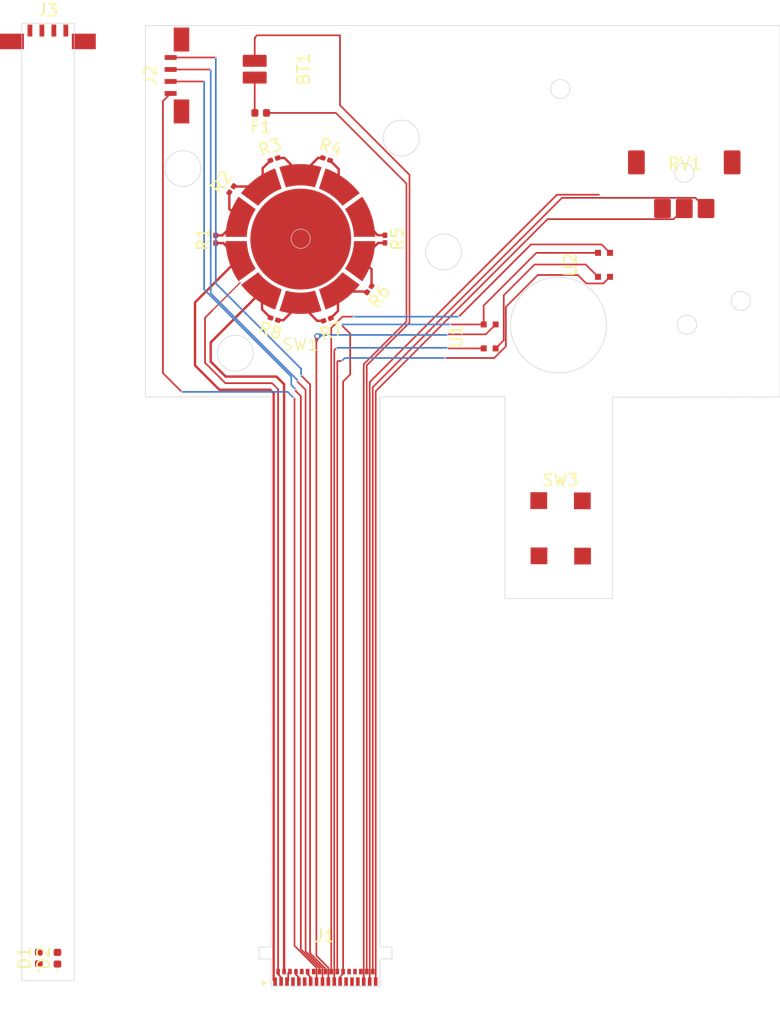
<source format=kicad_pcb>
(kicad_pcb (version 20240108) (generator "pcbnew") (generator_version "8.0")
  (layers (0 "F.Cu" signal) (31 "B.Cu" signal) (34 "B.Paste" user) (35 "F.Paste" user) (36 "B.SilkS" user "B.Silkscreen") (37 "F.SilkS" user "F.Silkscreen") (38 "B.Mask" user) (39 "F.Mask" user) (44 "Edge.Cuts" user))
  (net 0 "")
  (net 1 "Net-(D1-A)")
  (net 2 "Net-(D1-K)")
  (net 3 "Net-(D2-K)")
  (net 4 "Net-(D2-A)")
  (net 5 "Net-(BT1-+)")
  (net 6 "Net-(J1-Pin_31)")
  (net 7 "Net-(J1-Pin_1)")
  (net 8 "Net-(R1-Pad2)")
  (net 9 "Net-(R2-Pad2)")
  (net 10 "Net-(R3-Pad2)")
  (net 11 "Net-(R4-Pad2)")
  (net 12 "Net-(R5-Pad1)")
  (net 13 "Net-(R5-Pad2)")
  (net 14 "Net-(R6-Pad2)")
  (net 15 "Net-(R7-Pad2)")
  (net 16 "Net-(J1-Pin_4)")
  (net 17 "Net-(J1-Pin_25)")
  (net 18 "Net-(J1-Pin_23)")
  (net 19 "Net-(J1-Pin_26)")
  (net 20 "Net-(J1-Pin_19)")
  (net 21 "Net-(U1-K)")
  (net 22 "Net-(J1-Pin_21)")
  (net 23 "Net-(J1-Pin_22)")
  (net 24 "Net-(J1-Pin_20)")
  (net 25 "Net-(BT1--)")
  (net 27 "Net-(J1-Pin_5)")
  (net 28 "Net-(J1-Pin_35)")
  (net 29 "Net-(J1-Pin_17)")
  (net 30 "Net-(J1-Pin_34)")
  (net 31 "Net-(J1-Pin_2)")
  (net 33 "Net-(J1-Pin_12)")
  (net 35 "Net-(J1-Pin_15)")
  (net 36 "Net-(J1-Pin_7)")
  (net 38 "Net-(J1-Pin_18)")
  (net 40 "Net-(J1-Pin_8)")
  (net 42 "Net-(J1-Pin_33)")
  (net 44 "Net-(J1-Pin_16)")
  (footprint "Leica-G9ii:Opto_Switch" (layer "F.Cu") (at 128.75 125.95)
    (property "Reference" "U1" (at -2.8 0 90) (layer "F.SilkS"))
    (property "Value" "SG-105")
    (pad "1" smd rect (at -0.5 1) (size 0.5 0.5) (layers "F.Cu" "F.Paste" "F.Mask") (net 22 "Net-(J1-Pin_21)"))
    (pad "2" smd rect (at 0.5 1) (size 0.5 0.5) (layers "F.Cu" "F.Paste" "F.Mask") (net 21 "Net-(U1-K)"))
    (pad "3" smd rect (at -0.5 -1) (size 0.5 0.5) (layers "F.Cu" "F.Paste" "F.Mask") (net 18 "Net-(J1-Pin_23)"))
    (pad "4" smd rect (at 0.5 -1) (size 0.5 0.5) (layers "F.Cu" "F.Paste" "F.Mask") (net 20 "Net-(J1-Pin_19)"))
  )
  (footprint "Resistor_SMD:R_0201_0603Metric" (layer "F.Cu") (at 118.697215 122.00911 -126)
    (property "Reference" "R6" (at -0.000001 -1.05 54) (layer "F.SilkS"))
    (property "Value" "7.8k")
    (pad "1" smd roundrect (at -0.319999 0 234) (size 0.46 0.4) (layers "F.Cu" "F.Mask") (net 13 "Net-(R5-Pad2)"))
    (pad "2" smd roundrect (at 0.319999 0 234) (size 0.46 0.4) (layers "F.Cu" "F.Mask") (net 14 "Net-(R6-Pad2)"))
  )
  (footprint "Resistor_SMD:R_0201_0603Metric" (layer "F.Cu") (at 110.743796 111.162321 19)
    (property "Reference" "R3" (at 0 -1.049999 19) (layer "F.SilkS"))
    (property "Value" "7.8k")
    (pad "1" smd roundrect (at -0.32 0 19) (size 0.46 0.4) (layers "F.Cu" "F.Mask") (net 9 "Net-(R2-Pad2)"))
    (pad "2" smd roundrect (at 0.32 0 19) (size 0.46 0.4) (layers "F.Cu" "F.Mask") (net 10 "Net-(R3-Pad2)"))
  )
  (footprint "Resistor_SMD:R_0201_0603Metric" (layer "F.Cu") (at 115.113796 111.157679 -19)
    (property "Reference" "R4" (at 0 -1.050001 161) (layer "F.SilkS"))
    (property "Value" "22k")
    (pad "1" smd roundrect (at -0.32 0 341) (size 0.46 0.4) (layers "F.Cu" "F.Mask") (net 10 "Net-(R3-Pad2)"))
    (pad "2" smd roundrect (at 0.32 0 341) (size 0.46 0.4) (layers "F.Cu" "F.Mask") (net 11 "Net-(R4-Pad2)"))
  )
  (footprint "Resistor_SMD:R_0201_0603Metric" (layer "F.Cu") (at 107.187884 113.677392 55)
    (property "Reference" "R2" (at 0 -1.05 55) (layer "F.SilkS"))
    (property "Value" "4.7k")
    (pad "1" smd roundrect (at -0.32 0.000001 55) (size 0.46 0.4) (layers "F.Cu" "F.Mask") (net 8 "Net-(R1-Pad2)"))
    (pad "2" smd roundrect (at 0.32 -0.000001 55) (size 0.46 0.4) (layers "F.Cu" "F.Mask") (net 9 "Net-(R2-Pad2)"))
  )
  (footprint "Leica-G9ii:Switch_Modes" (layer "F.Cu") (at 112.94 117.82)
    (property "Reference" "SW1" (at -0.01 8.81 0) (layer "F.SilkS") (effects (font (thickness 0.1))))
    (property "Value" "Mode Dial")
    (pad "1" smd custom (at -5.14 1.63) (size 0.858836 0.858836) (layers "F.Cu" "F.Paste" "F.Mask") (net 7 "Net-(J1-Pin_1)") (clearance 0.1) (options (clearance outline) (anchor circle)) (primitives (gr_poly (pts (xy -1.11 -1.45) (xy 0.66 -1.45) (xy 0.67 -1.29) (xy 0.68 -1.18) (xy 0.69 -1.09) (xy 0.7 -1.01) (xy 0.71 -0.94) (xy 0.73 -0.82) (xy 0.76 -0.67) (xy 0.82 -0.43) (xy 0.83 -0.4) (xy 0.84 -0.36) (xy 0.93 -0.09) (xy 0.96 -0.01) (xy 1 0.09) (xy 1.03 0.16) (xy 1.07 0.25) (xy 1.18 0.47) (xy 1.23 0.56) (xy 1.27 0.63) (xy 1.33 0.73) (xy 1.4 0.84) (xy 1.4 0.86) (xy -0.02 1.89) (xy -0.09 1.79) (xy -0.16 1.68) (xy -0.24 1.55) (xy -0.32 1.41) (xy -0.38 1.3) (xy -0.52 1.02) (xy -0.56 0.93) (xy -0.57 0.91) (xy -0.63 0.77) (xy -0.69 0.62) (xy -0.72 0.54) (xy -0.78 0.37) (xy -0.82 0.25) (xy -0.85 0.15) (xy -0.89 0.01) (xy -0.95 -0.23) (xy -0.99 -0.42) (xy -1.02 -0.58) (xy -1.04 -0.7) (xy -1.05 -0.77) (xy -1.07 -0.93) (xy -1.08 -1.02) (xy -1.09 -1.14) (xy -1.1 -1.28) (xy -1.11 -1.44)) (width 0.01) (fill yes))))
    (pad "2" smd custom (at -5.12 -1.7 324) (size 0.858836 0.858836) (layers "F.Cu" "F.Paste" "F.Mask") (net 8 "Net-(R1-Pad2)") (clearance 0.1) (options (clearance outline) (anchor circle)) (primitives (gr_poly (pts (xy -1.11 -1.45) (xy 0.66 -1.45) (xy 0.67 -1.29) (xy 0.68 -1.18) (xy 0.69 -1.09) (xy 0.7 -1.01) (xy 0.71 -0.94) (xy 0.73 -0.82) (xy 0.76 -0.67) (xy 0.82 -0.43) (xy 0.83 -0.4) (xy 0.84 -0.36) (xy 0.93 -0.09) (xy 0.96 -0.01) (xy 1 0.09) (xy 1.03 0.16) (xy 1.07 0.25) (xy 1.18 0.47) (xy 1.23 0.56) (xy 1.27 0.63) (xy 1.33 0.73) (xy 1.4 0.84) (xy 1.4 0.86) (xy -0.02 1.89) (xy -0.09 1.79) (xy -0.16 1.68) (xy -0.24 1.55) (xy -0.32 1.41) (xy -0.38 1.3) (xy -0.52 1.02) (xy -0.56 0.93) (xy -0.57 0.91) (xy -0.63 0.77) (xy -0.69 0.62) (xy -0.72 0.54) (xy -0.78 0.37) (xy -0.82 0.25) (xy -0.85 0.15) (xy -0.89 0.01) (xy -0.95 -0.23) (xy -0.99 -0.42) (xy -1.02 -0.58) (xy -1.04 -0.7) (xy -1.05 -0.77) (xy -1.07 -0.93) (xy -1.08 -1.02) (xy -1.09 -1.14) (xy -1.1 -1.28) (xy -1.11 -1.44)) (width 0.01) (fill yes))))
    (pad "3" smd custom (at -3.15 -4.38 288) (size 0.858836 0.858836) (layers "F.Cu" "F.Paste" "F.Mask") (net 9 "Net-(R2-Pad2)") (clearance 0.1) (options (clearance outline) (anchor circle)) (primitives (gr_poly (pts (xy -1.11 -1.45) (xy 0.66 -1.45) (xy 0.67 -1.29) (xy 0.68 -1.18) (xy 0.69 -1.09) (xy 0.7 -1.01) (xy 0.71 -0.94) (xy 0.73 -0.82) (xy 0.76 -0.67) (xy 0.82 -0.43) (xy 0.83 -0.4) (xy 0.84 -0.36) (xy 0.93 -0.09) (xy 0.96 -0.01) (xy 1 0.09) (xy 1.03 0.16) (xy 1.07 0.25) (xy 1.18 0.47) (xy 1.23 0.56) (xy 1.27 0.63) (xy 1.33 0.73) (xy 1.4 0.84) (xy 1.4 0.86) (xy -0.02 1.89) (xy -0.09 1.79) (xy -0.16 1.68) (xy -0.24 1.55) (xy -0.32 1.41) (xy -0.38 1.3) (xy -0.52 1.02) (xy -0.56 0.93) (xy -0.57 0.91) (xy -0.63 0.77) (xy -0.69 0.62) (xy -0.72 0.54) (xy -0.78 0.37) (xy -0.82 0.25) (xy -0.85 0.15) (xy -0.89 0.01) (xy -0.95 -0.23) (xy -0.99 -0.42) (xy -1.02 -0.58) (xy -1.04 -0.7) (xy -1.05 -0.77) (xy -1.07 -0.93) (xy -1.08 -1.02) (xy -1.09 -1.14) (xy -1.1 -1.28) (xy -1.11 -1.44)) (width 0.01) (fill yes))))
    (pad "4" smd custom (at 0.04 -5.39 252) (size 0.858836 0.858836) (layers "F.Cu" "F.Paste" "F.Mask") (net 10 "Net-(R3-Pad2)") (clearance 0.1) (options (clearance outline) (anchor circle)) (primitives (gr_poly (pts (xy -1.11 -1.45) (xy 0.66 -1.45) (xy 0.67 -1.29) (xy 0.68 -1.18) (xy 0.69 -1.09) (xy 0.7 -1.01) (xy 0.71 -0.94) (xy 0.73 -0.82) (xy 0.76 -0.67) (xy 0.82 -0.43) (xy 0.83 -0.4) (xy 0.84 -0.36) (xy 0.93 -0.09) (xy 0.96 -0.01) (xy 1 0.09) (xy 1.03 0.16) (xy 1.07 0.25) (xy 1.18 0.47) (xy 1.23 0.56) (xy 1.27 0.63) (xy 1.33 0.73) (xy 1.4 0.84) (xy 1.4 0.86) (xy -0.02 1.89) (xy -0.09 1.79) (xy -0.16 1.68) (xy -0.24 1.55) (xy -0.32 1.41) (xy -0.38 1.3) (xy -0.52 1.02) (xy -0.56 0.93) (xy -0.57 0.91) (xy -0.63 0.77) (xy -0.69 0.62) (xy -0.72 0.54) (xy -0.78 0.37) (xy -0.82 0.25) (xy -0.85 0.15) (xy -0.89 0.01) (xy -0.95 -0.23) (xy -0.99 -0.42) (xy -1.02 -0.58) (xy -1.04 -0.7) (xy -1.05 -0.77) (xy -1.07 -0.93) (xy -1.08 -1.02) (xy -1.09 -1.14) (xy -1.1 -1.28) (xy -1.11 -1.44)) (width 0.01) (fill yes))))
    (pad "5" smd custom (at 3.2 -4.34 216) (size 0.858836 0.858836) (layers "F.Cu" "F.Paste" "F.Mask") (net 11 "Net-(R4-Pad2)") (clearance 0.1) (options (clearance outline) (anchor circle)) (primitives (gr_poly (pts (xy -1.11 -1.45) (xy 0.66 -1.45) (xy 0.67 -1.29) (xy 0.68 -1.18) (xy 0.69 -1.09) (xy 0.7 -1.01) (xy 0.71 -0.94) (xy 0.73 -0.82) (xy 0.76 -0.67) (xy 0.82 -0.43) (xy 0.83 -0.4) (xy 0.84 -0.36) (xy 0.93 -0.09) (xy 0.96 -0.01) (xy 1 0.09) (xy 1.03 0.16) (xy 1.07 0.25) (xy 1.18 0.47) (xy 1.23 0.56) (xy 1.27 0.63) (xy 1.33 0.73) (xy 1.4 0.84) (xy 1.4 0.86) (xy -0.02 1.89) (xy -0.09 1.79) (xy -0.16 1.68) (xy -0.24 1.55) (xy -0.32 1.41) (xy -0.38 1.3) (xy -0.52 1.02) (xy -0.56 0.93) (xy -0.57 0.91) (xy -0.63 0.77) (xy -0.69 0.62) (xy -0.72 0.54) (xy -0.78 0.37) (xy -0.82 0.25) (xy -0.85 0.15) (xy -0.89 0.01) (xy -0.95 -0.23) (xy -0.99 -0.42) (xy -1.02 -0.58) (xy -1.04 -0.7) (xy -1.05 -0.77) (xy -1.07 -0.93) (xy -1.08 -1.02) (xy -1.09 -1.14) (xy -1.1 -1.28) (xy -1.11 -1.44)) (width 0.01) (fill yes))))
    (pad "6" smd custom (at 5.14 -1.64 180) (size 0.858836 0.858836) (layers "F.Cu" "F.Paste" "F.Mask") (net 12 "Net-(R5-Pad1)") (clearance 0.1) (options (clearance outline) (anchor circle)) (primitives (gr_poly (pts (xy -1.11 -1.45) (xy 0.66 -1.45) (xy 0.67 -1.29) (xy 0.68 -1.18) (xy 0.69 -1.09) (xy 0.7 -1.01) (xy 0.71 -0.94) (xy 0.73 -0.82) (xy 0.76 -0.67) (xy 0.82 -0.43) (xy 0.83 -0.4) (xy 0.84 -0.36) (xy 0.93 -0.09) (xy 0.96 -0.01) (xy 1 0.09) (xy 1.03 0.16) (xy 1.07 0.25) (xy 1.18 0.47) (xy 1.23 0.56) (xy 1.27 0.63) (xy 1.33 0.73) (xy 1.4 0.84) (xy 1.4 0.86) (xy -0.02 1.89) (xy -0.09 1.79) (xy -0.16 1.68) (xy -0.24 1.55) (xy -0.32 1.41) (xy -0.38 1.3) (xy -0.52 1.02) (xy -0.56 0.93) (xy -0.57 0.91) (xy -0.63 0.77) (xy -0.69 0.62) (xy -0.72 0.54) (xy -0.78 0.37) (xy -0.82 0.25) (xy -0.85 0.15) (xy -0.89 0.01) (xy -0.95 -0.23) (xy -0.99 -0.42) (xy -1.02 -0.58) (xy -1.04 -0.7) (xy -1.05 -0.77) (xy -1.07 -0.93) (xy -1.08 -1.02) (xy -1.09 -1.14) (xy -1.1 -1.28) (xy -1.11 -1.44)) (width 0.01) (fill yes))))
    (pad "7" smd custom (at 5.12 1.7 144) (size 0.858836 0.858836) (layers "F.Cu" "F.Paste" "F.Mask") (net 13 "Net-(R5-Pad2)") (clearance 0.1) (options (clearance outline) (anchor circle)) (primitives (gr_poly (pts (xy -1.11 -1.45) (xy 0.66 -1.45) (xy 0.67 -1.29) (xy 0.68 -1.18) (xy 0.69 -1.09) (xy 0.7 -1.01) (xy 0.71 -0.94) (xy 0.73 -0.82) (xy 0.76 -0.67) (xy 0.82 -0.43) (xy 0.83 -0.4) (xy 0.84 -0.36) (xy 0.93 -0.09) (xy 0.96 -0.01) (xy 1 0.09) (xy 1.03 0.16) (xy 1.07 0.25) (xy 1.18 0.47) (xy 1.23 0.56) (xy 1.27 0.63) (xy 1.33 0.73) (xy 1.4 0.84) (xy 1.4 0.86) (xy -0.02 1.89) (xy -0.09 1.79) (xy -0.16 1.68) (xy -0.24 1.55) (xy -0.32 1.41) (xy -0.38 1.3) (xy -0.52 1.02) (xy -0.56 0.93) (xy -0.57 0.91) (xy -0.63 0.77) (xy -0.69 0.62) (xy -0.72 0.54) (xy -0.78 0.37) (xy -0.82 0.25) (xy -0.85 0.15) (xy -0.89 0.01) (xy -0.95 -0.23) (xy -0.99 -0.42) (xy -1.02 -0.58) (xy -1.04 -0.7) (xy -1.05 -0.77) (xy -1.07 -0.93) (xy -1.08 -1.02) (xy -1.09 -1.14) (xy -1.1 -1.28) (xy -1.11 -1.44)) (width 0.01) (fill yes))))
    (pad "8" smd custom (at 3.14 4.38 108) (size 0.858836 0.858836) (layers "F.Cu" "F.Paste" "F.Mask") (net 14 "Net-(R6-Pad2)") (clearance 0.1) (options (clearance outline) (anchor circle)) (primitives (gr_poly (pts (xy -1.11 -1.45) (xy 0.66 -1.45) (xy 0.67 -1.29) (xy 0.68 -1.18) (xy 0.69 -1.09) (xy 0.7 -1.01) (xy 0.71 -0.94) (xy 0.73 -0.82) (xy 0.76 -0.67) (xy 0.82 -0.43) (xy 0.83 -0.4) (xy 0.84 -0.36) (xy 0.93 -0.09) (xy 0.96 -0.01) (xy 1 0.09) (xy 1.03 0.16) (xy 1.07 0.25) (xy 1.18 0.47) (xy 1.23 0.56) (xy 1.27 0.63) (xy 1.33 0.73) (xy 1.4 0.84) (xy 1.4 0.86) (xy -0.02 1.89) (xy -0.09 1.79) (xy -0.16 1.68) (xy -0.24 1.55) (xy -0.32 1.41) (xy -0.38 1.3) (xy -0.52 1.02) (xy -0.56 0.93) (xy -0.57 0.91) (xy -0.63 0.77) (xy -0.69 0.62) (xy -0.72 0.54) (xy -0.78 0.37) (xy -0.82 0.25) (xy -0.85 0.15) (xy -0.89 0.01) (xy -0.95 -0.23) (xy -0.99 -0.42) (xy -1.02 -0.58) (xy -1.04 -0.7) (xy -1.05 -0.77) (xy -1.07 -0.93) (xy -1.08 -1.02) (xy -1.09 -1.14) (xy -1.1 -1.28) (xy -1.11 -1.44)) (width 0.01) (fill yes))))
    (pad "9" smd custom (at -0.03 5.39 72) (size 0.858836 0.858836) (layers "F.Cu" "F.Paste" "F.Mask") (net 15 "Net-(R7-Pad2)") (clearance 0.1) (options (clearance outline) (anchor circle)) (primitives (gr_poly (pts (xy -1.11 -1.45) (xy 0.66 -1.45) (xy 0.67 -1.29) (xy 0.68 -1.18) (xy 0.69 -1.09) (xy 0.7 -1.01) (xy 0.71 -0.94) (xy 0.73 -0.82) (xy 0.76 -0.67) (xy 0.82 -0.43) (xy 0.83 -0.4) (xy 0.84 -0.36) (xy 0.93 -0.09) (xy 0.96 -0.01) (xy 1 0.09) (xy 1.03 0.16) (xy 1.07 0.25) (xy 1.18 0.47) (xy 1.23 0.56) (xy 1.27 0.63) (xy 1.33 0.73) (xy 1.4 0.84) (xy 1.4 0.86) (xy -0.02 1.89) (xy -0.09 1.79) (xy -0.16 1.68) (xy -0.24 1.55) (xy -0.32 1.41) (xy -0.38 1.3) (xy -0.52 1.02) (xy -0.56 0.93) (xy -0.57 0.91) (xy -0.63 0.77) (xy -0.69 0.62) (xy -0.72 0.54) (xy -0.78 0.37) (xy -0.82 0.25) (xy -0.85 0.15) (xy -0.89 0.01) (xy -0.95 -0.23) (xy -0.99 -0.42) (xy -1.02 -0.58) (xy -1.04 -0.7) (xy -1.05 -0.77) (xy -1.07 -0.93) (xy -1.08 -1.02) (xy -1.09 -1.14) (xy -1.1 -1.28) (xy -1.11 -1.44)) (width 0.01) (fill yes))))
    (pad "10" smd custom (at -3.2 4.34 36) (size 0.858836 0.858836) (layers "F.Cu" "F.Paste" "F.Mask") (net 16 "Net-(J1-Pin_4)") (clearance 0.1) (options (clearance outline) (anchor circle)) (primitives (gr_poly (pts (xy -1.11 -1.45) (xy 0.66 -1.45) (xy 0.67 -1.29) (xy 0.68 -1.18) (xy 0.69 -1.09) (xy 0.7 -1.01) (xy 0.71 -0.94) (xy 0.73 -0.82) (xy 0.76 -0.67) (xy 0.82 -0.43) (xy 0.83 -0.4) (xy 0.84 -0.36) (xy 0.93 -0.09) (xy 0.96 -0.01) (xy 1 0.09) (xy 1.03 0.16) (xy 1.07 0.25) (xy 1.18 0.47) (xy 1.23 0.56) (xy 1.27 0.63) (xy 1.33 0.73) (xy 1.4 0.84) (xy 1.4 0.86) (xy -0.02 1.89) (xy -0.09 1.79) (xy -0.16 1.68) (xy -0.24 1.55) (xy -0.32 1.41) (xy -0.38 1.3) (xy -0.52 1.02) (xy -0.56 0.93) (xy -0.57 0.91) (xy -0.63 0.77) (xy -0.69 0.62) (xy -0.72 0.54) (xy -0.78 0.37) (xy -0.82 0.25) (xy -0.85 0.15) (xy -0.89 0.01) (xy -0.95 -0.23) (xy -0.99 -0.42) (xy -1.02 -0.58) (xy -1.04 -0.7) (xy -1.05 -0.77) (xy -1.07 -0.93) (xy -1.08 -1.02) (xy -1.09 -1.14) (xy -1.1 -1.28) (xy -1.11 -1.44)) (width 0.01) (fill yes))))
    (pad "13" smd circle (at -2.98 2.22 36) (size 0.858836 0.858836) (layers "F.Cu" "F.Paste" "F.Mask") (net 31 "Net-(J1-Pin_2)") (clearance 0.1))
    (pad "13" smd circle (at 0.03 0.01) (size 8.420022 8.420022) (layers "F.Cu" "F.Paste" "F.Mask") (net 31 "Net-(J1-Pin_2)") (clearance 0.1))
  )
  (footprint "Resistor_SMD:R_0201_0603Metric" (layer "F.Cu") (at 115.175806 124.537997 -160)
    (property "Reference" "R7" (at 0 -1.049999 20) (layer "F.SilkS"))
    (property "Value" "4.7k")
    (pad "1" smd roundrect (at -0.32 -0.000001 200) (size 0.46 0.4) (layers "F.Cu" "F.Mask") (net 14 "Net-(R6-Pad2)"))
    (pad "2" smd roundrect (at 0.32 0.000001 200) (size 0.46 0.4) (layers "F.Cu" "F.Mask") (net 15 "Net-(R7-Pad2)"))
  )
  (footprint "Leica-G9ii:Battery_Cell" (layer "F.Cu") (at 111.825 103.65 -90)
    (property "Reference" "BT1" (at -0.01 -1.38 90) (layer "F.SilkS"))
    (property "Value" "2.6V")
    (pad "1" smd roundrect (at 0.7 2.7 270) (size 1 2) (layers "F.Cu" "F.Paste" "F.Mask") (roundrect_rratio 0.1) (net 5 "Net-(BT1-+)"))
    (pad "2" smd roundrect (at -0.7 2.7 270) (size 1 2) (layers "F.Cu" "F.Paste" "F.Mask") (roundrect_rratio 0.1) (net 25 "Net-(BT1--)"))
  )
  (footprint "Leica-G9ii:Opto_Switch" (layer "F.Cu") (at 138.3 119.975)
    (property "Reference" "U2" (at -2.8 0 90) (layer "F.SilkS"))
    (property "Value" "SG-105")
    (pad "1" smd rect (at -0.5 1) (size 0.5 0.5) (layers "F.Cu" "F.Paste" "F.Mask") (net 21 "Net-(U1-K)"))
    (pad "2" smd rect (at 0.5 1) (size 0.5 0.5) (layers "F.Cu" "F.Paste" "F.Mask") (net 23 "Net-(J1-Pin_22)"))
    (pad "3" smd rect (at -0.5 -1) (size 0.5 0.5) (layers "F.Cu" "F.Paste" "F.Mask") (net 18 "Net-(J1-Pin_23)"))
    (pad "4" smd rect (at 0.5 -1) (size 0.5 0.5) (layers "F.Cu" "F.Paste" "F.Mask") (net 24 "Net-(J1-Pin_20)"))
  )
  (footprint "Resistor_SMD:R_0201_0603Metric" (layer "F.Cu") (at 110.751885 124.497997 162)
    (property "Reference" "R8" (at 0 -1.050001 162) (layer "F.SilkS"))
    (property "Value" "2.2k")
    (pad "1" smd roundrect (at -0.32 0 162) (size 0.46 0.4) (layers "F.Cu" "F.Mask") (net 15 "Net-(R7-Pad2)"))
    (pad "2" smd roundrect (at 0.32 0 162) (size 0.46 0.4) (layers "F.Cu" "F.Mask") (net 16 "Net-(J1-Pin_4)"))
  )
  (footprint "LED_SMD:LED_0402_1005Metric" (layer "F.Cu") (at 91.09 177.815 90)
    (property "Reference" "D1" (at 0 -1.17 90) (layer "F.SilkS"))
    (property "Value" "Red")
    (fp_circle (center -1.09 0) (end -1.04 0) (stroke (width 0.1)) (fill none) (layer "F.SilkS"))
    (pad "1" smd roundrect (at -0.485 0 90) (size 0.59 0.64) (layers "F.Cu" "F.Paste" "F.Mask") (net 2 "Net-(D1-K)"))
    (pad "2" smd roundrect (at 0.485 0 90) (size 0.59 0.64) (layers "F.Cu" "F.Paste" "F.Mask") (net 1 "Net-(D1-A)"))
  )
  (footprint "Leica-G9ii:FPC-2Rows-35Pins-0.23mm" (layer "F.Cu") (at 115.03 178.48)
    (property "Reference" "J1" (at -0.04 -2.51 0) (layer "F.SilkS"))
    (property "Value" "PCB")
    (fp_line (start -5.23 1.27) (end -5.017868 1.42) (stroke (width 0.12)) (layer "F.SilkS"))
    (fp_line (start -5.23 1.57) (end -5.23 1.27) (stroke (width 0.12)) (layer "F.SilkS"))
    (fp_line (start -5.017868 1.42) (end -5.23 1.57) (stroke (width 0.12)) (layer "F.SilkS"))
    (fp_line (start -5.54 -0.59) (end -5.54 -1.59) (stroke (width 0.05)) (layer "Edge.Cuts"))
    (fp_line (start -4.54 -0.59) (end -5.54 -0.59) (stroke (width 0.05)) (layer "Edge.Cuts"))
    (fp_line (start -4.54 1.7) (end -4.54 -0.59) (stroke (width 0.05)) (layer "Edge.Cuts"))
    (fp_line (start -4.54 1.7) (end 4.56 1.7) (stroke (width 0.05)) (layer "Edge.Cuts"))
    (fp_line (start 4.56 -0.59) (end 5.56 -0.59) (stroke (width 0.05)) (layer "Edge.Cuts"))
    (fp_line (start 4.56 1.7) (end 4.56 -0.59) (stroke (width 0.05)) (layer "Edge.Cuts"))
    (fp_line (start 5.56 -0.59) (end 5.56 -1.59) (stroke (width 0.05)) (layer "Edge.Cuts"))
    (pad "1" smd rect (at -4.2 1.3) (size 0.3 0.7) (layers "F.Cu" "F.Paste" "F.Mask") (net 7 "Net-(J1-Pin_1)"))
    (pad "2" smd rect (at -3.95 0.47) (size 0.3 0.46) (layers "F.Cu" "F.Paste" "F.Mask") (net 31 "Net-(J1-Pin_2)"))
    (pad "3" smd rect (at -3.7 1.3) (size 0.3 0.7) (layers "F.Cu" "F.Paste" "F.Mask") (net 31 "Net-(J1-Pin_2)"))
    (pad "4" smd rect (at -3.45 0.47) (size 0.3 0.46) (layers "F.Cu" "F.Paste" "F.Mask") (net 16 "Net-(J1-Pin_4)"))
    (pad "5" smd rect (at -3.21 1.3) (size 0.3 0.7) (layers "F.Cu" "F.Paste" "F.Mask") (net 27 "Net-(J1-Pin_5)"))
    (pad "6" smd rect (at -2.96 0.47) (size 0.3 0.46) (layers "F.Cu" "F.Paste" "F.Mask") (net 27 "Net-(J1-Pin_5)"))
    (pad "7" smd rect (at -2.71 1.3) (size 0.3 0.7) (layers "F.Cu" "F.Paste" "F.Mask") (net 36 "Net-(J1-Pin_7)"))
    (pad "8" smd roundrect (at -2.46 0.47) (size 0.3 0.46) (layers "F.Cu" "F.Paste" "F.Mask") (net 40 "Net-(J1-Pin_8)"))
    (pad "9" smd rect (at -2.22 1.3) (size 0.3 0.7) (layers "F.Cu" "F.Paste" "F.Mask") (net 40 "Net-(J1-Pin_8)"))
    (pad "10" smd rect (at -1.97 0.47) (size 0.3 0.46) (layers "F.Cu" "F.Paste" "F.Mask"))
    (pad "11" smd rect (at -1.73 1.3) (size 0.3 0.7) (layers "F.Cu" "F.Paste" "F.Mask"))
    (pad "12" smd rect (at -1.48 0.47) (size 0.3 0.46) (layers "F.Cu" "F.Paste" "F.Mask") (net 33 "Net-(J1-Pin_12)"))
    (pad "13" smd rect (at -1.23 1.3) (size 0.3 0.7) (layers "F.Cu" "F.Paste" "F.Mask") (net 33 "Net-(J1-Pin_12)"))
    (pad "14" smd rect (at -0.98 0.47) (size 0.3 0.46) (layers "F.Cu" "F.Paste" "F.Mask"))
    (pad "15" smd rect (at -0.74 1.3) (size 0.3 0.7) (layers "F.Cu" "F.Paste" "F.Mask") (net 35 "Net-(J1-Pin_15)"))
    (pad "16" smd rect (at -0.49 0.47) (size 0.3 0.46) (layers "F.Cu" "F.Paste" "F.Mask") (net 44 "Net-(J1-Pin_16)"))
    (pad "17" smd rect (at -0.24 1.3) (size 0.3 0.7) (layers "F.Cu" "F.Paste" "F.Mask") (net 29 "Net-(J1-Pin_17)"))
    (pad "18" smd rect (at 0.01 0.47) (size 0.3 0.46) (layers "F.Cu" "F.Paste" "F.Mask") (net 38 "Net-(J1-Pin_18)"))
    (pad "19" smd rect (at 0.24 1.3) (size 0.3 0.7) (layers "F.Cu" "F.Paste" "F.Mask") (net 20 "Net-(J1-Pin_19)"))
    (pad "20" smd rect (at 0.49 0.47) (size 0.3 0.46) (layers "F.Cu" "F.Paste" "F.Mask") (net 24 "Net-(J1-Pin_20)"))
    (pad "21" smd rect (at 0.74 1.3) (size 0.3 0.7) (layers "F.Cu" "F.Paste" "F.Mask") (net 22 "Net-(J1-Pin_21)"))
    (pad "22" smd rect (at 0.99 0.47) (size 0.3 0.46) (layers "F.Cu" "F.Paste" "F.Mask") (net 23 "Net-(J1-Pin_22)"))
    (pad "23" smd rect (at 1.23 1.3) (size 0.3 0.7) (layers "F.Cu" "F.Paste" "F.Mask") (net 18 "Net-(J1-Pin_23)"))
    (pad "24" smd rect (at 1.48 0.47) (size 0.3 0.46) (layers "F.Cu" "F.Paste" "F.Mask") (net 18 "Net-(J1-Pin_23)"))
    (pad "25" smd rect (at 1.73 1.3) (size 0.3 0.7) (layers "F.Cu" "F.Paste" "F.Mask") (net 17 "Net-(J1-Pin_25)"))
    (pad "26" smd rect (at 1.98 0.47) (size 0.3 0.46) (layers "F.Cu" "F.Paste" "F.Mask") (net 19 "Net-(J1-Pin_26)"))
    (pad "27" smd rect (at 2.22 1.3) (size 0.3 0.7) (layers "F.Cu" "F.Paste" "F.Mask"))
    (pad "28" smd rect (at 2.47 0.47) (size 0.3 0.46) (layers "F.Cu" "F.Paste" "F.Mask"))
    (pad "29" smd rect (at 2.71 1.3) (size 0.3 0.7) (layers "F.Cu" "F.Paste" "F.Mask"))
    (pad "30" smd rect (at 2.96 0.47) (size 0.3 0.46) (layers "F.Cu" "F.Paste" "F.Mask"))
    (pad "31" smd rect (at 3.2 1.3) (size 0.3 0.7) (layers "F.Cu" "F.Paste" "F.Mask") (net 6 "Net-(J1-Pin_31)"))
    (pad "32" smd rect (at 3.45 0.47) (size 0.3 0.46) (layers "F.Cu" "F.Paste" "F.Mask") (net 25 "Net-(BT1--)"))
    (pad "33" smd rect (at 3.7 1.3) (size 0.3 0.7) (layers "F.Cu" "F.Paste" "F.Mask") (net 42 "Net-(J1-Pin_33)"))
    (pad "34" smd rect (at 3.95 0.47) (size 0.3 0.46) (layers "F.Cu" "F.Paste" "F.Mask") (net 30 "Net-(J1-Pin_34)"))
    (pad "35" smd rect (at 4.2 1.3) (size 0.3 0.7) (layers "F.Cu" "F.Paste" "F.Mask") (net 28 "Net-(J1-Pin_35)"))
  )
  (footprint "Fuse:Fuse_0402_1005Metric" (layer "F.Cu") (at 109.625 107.3 180)
    (property "Reference" "F1" (at 0 -1.17 360) (layer "F.SilkS"))
    (property "Value" "Fuse")
    (pad "1" smd roundrect (at -0.485 0 180) (size 0.59 0.64) (layers "F.Cu" "F.Paste" "F.Mask") (net 6 "Net-(J1-Pin_31)"))
    (pad "2" smd roundrect (at 0.485 0 180) (size 0.59 0.64) (layers "F.Cu" "F.Paste" "F.Mask") (net 5 "Net-(BT1-+)"))
  )
  (footprint "Leica-G9ii:2nd_dial" (layer "F.Cu") (at 145.005 112.375)
    (property "Reference" "RV1" (at 0.04 -0.82 0) (layer "F.SilkS"))
    (property "Value" "2nd dial")
    (pad "1" smd roundrect (at -1.82 2.9) (size 1.4 1.6) (layers "F.Cu" "F.Paste" "F.Mask") (roundrect_rratio 0.1) (net 42 "Net-(J1-Pin_33)"))
    (pad "2" smd roundrect (at 0 2.9) (size 1.4 1.6) (layers "F.Cu" "F.Paste" "F.Mask") (roundrect_rratio 0.1) (net 28 "Net-(J1-Pin_35)"))
    (pad "3" smd roundrect (at 1.82 2.9) (size 1.4 1.6) (layers "F.Cu" "F.Paste" "F.Mask") (roundrect_rratio 0.1) (net 30 "Net-(J1-Pin_34)"))
    (pad "?" smd roundrect (at -4 -0.95) (size 1.4 2) (layers "F.Cu" "F.Paste" "F.Mask") (roundrect_rratio 0.1))
    (pad "?" smd roundrect (at 4 -0.95) (size 1.4 2) (layers "F.Cu" "F.Paste" "F.Mask") (roundrect_rratio 0.1))
  )
  (footprint "Resistor_SMD:R_0201_0603Metric" (layer "F.Cu") (at 120 117.825 -90)
    (property "Reference" "R5" (at 0 -1.05 90) (layer "F.SilkS"))
    (property "Value" "22k")
    (pad "1" smd roundrect (at -0.32 0 270) (size 0.46 0.4) (layers "F.Cu" "F.Mask") (net 12 "Net-(R5-Pad1)"))
    (pad "2" smd roundrect (at 0.32 0 270) (size 0.46 0.4) (layers "F.Cu" "F.Mask") (net 13 "Net-(R5-Pad2)"))
  )
  (footprint "Leica-G9ii:Connector-4Pins" (layer "F.Cu") (at 91.85 101.335)
    (property "Reference" "J3" (at 0 -2.61 0) (layer "F.SilkS"))
    (property "Value" "LEDs")
    (pad "1" smd rect (at -1.5 -0.91) (size 0.4 1) (layers "F.Cu" "F.Paste" "F.Mask") (net 2 "Net-(D1-K)"))
    (pad "2" smd rect (at -0.5 -0.91) (size 0.4 1) (layers "F.Cu" "F.Paste" "F.Mask") (net 1 "Net-(D1-A)"))
    (pad "3" smd rect (at 0.5 -0.91) (size 0.4 1) (layers "F.Cu" "F.Paste" "F.Mask") (net 4 "Net-(D2-A)"))
    (pad "4" smd rect (at 1.5 -0.91) (size 0.4 1) (layers "F.Cu" "F.Paste" "F.Mask") (net 3 "Net-(D2-K)"))
    (pad "MP" smd rect (at -3 0) (size 2 1.3) (layers "F.Cu" "F.Paste" "F.Mask"))
    (pad "MP" smd rect (at 3 0) (size 2 1.3) (layers "F.Cu" "F.Paste" "F.Mask"))
  )
  (footprint "Leica-G9ii:Connector-4Pins" (layer "F.Cu") (at 103.01 104.175 90)
    (property "Reference" "J2" (at 0 -2.61 90) (layer "F.SilkS"))
    (property "Value" "LEDs")
    (pad "1" smd rect (at -1.5 -0.91 90) (size 0.4 1) (layers "F.Cu" "F.Paste" "F.Mask") (net 35 "Net-(J1-Pin_15)"))
    (pad "2" smd rect (at -0.5 -0.91 90) (size 0.4 1) (layers "F.Cu" "F.Paste" "F.Mask") (net 44 "Net-(J1-Pin_16)"))
    (pad "3" smd rect (at 0.5 -0.91 90) (size 0.4 1) (layers "F.Cu" "F.Paste" "F.Mask") (net 29 "Net-(J1-Pin_17)"))
    (pad "4" smd rect (at 1.5 -0.91 90) (size 0.4 1) (layers "F.Cu" "F.Paste" "F.Mask") (net 38 "Net-(J1-Pin_18)"))
    (pad "MP" smd rect (at -3 0 90) (size 2 1.3) (layers "F.Cu" "F.Paste" "F.Mask"))
    (pad "MP" smd rect (at 3 0 90) (size 2 1.3) (layers "F.Cu" "F.Paste" "F.Mask"))
  )
  (footprint "Resistor_SMD:R_0201_0603Metric" (layer "F.Cu") (at 105.86 117.84 90)
    (property "Reference" "R1" (at 0 -1.05 90) (layer "F.SilkS"))
    (property "Value" "2.2k")
    (pad "1" smd roundrect (at -0.32 0 90) (size 0.46 0.4) (layers "F.Cu" "F.Mask") (net 7 "Net-(J1-Pin_1)"))
    (pad "2" smd roundrect (at 0.32 0 90) (size 0.46 0.4) (layers "F.Cu" "F.Mask") (net 8 "Net-(R1-Pad2)"))
  )
  (footprint "LED_SMD:LED_0402_1005Metric" (layer "F.Cu") (at 92.65 177.835 90)
    (property "Reference" "D2" (at 0 -1.17 90) (layer "F.SilkS"))
    (property "Value" "Blue")
    (fp_circle (center -1.09 0) (end -1.04 0) (stroke (width 0.1)) (fill none) (layer "F.SilkS"))
    (pad "1" smd roundrect (at -0.485 0 90) (size 0.59 0.64) (layers "F.Cu" "F.Paste" "F.Mask") (net 3 "Net-(D2-K)"))
    (pad "2" smd roundrect (at 0.485 0 90) (size 0.59 0.64) (layers "F.Cu" "F.Paste" "F.Mask") (net 4 "Net-(D2-A)"))
  )
  (footprint "Leica-G9ii:Switch_Shutter_1" (layer "F.Cu") (at 134.65 141.97)
    (property "Reference" "SW3" (at 0.01 -4.03 0) (layer "F.SilkS"))
    (property "Value" "Focus+Shutter")
    (pad "1" smd rect (at -1.78 2.29) (size 1.4 1.4) (layers "F.Cu" "F.Paste" "F.Mask") (net 19 "Net-(J1-Pin_26)"))
    (pad "2" smd rect (at 1.86 2.31) (size 1.4 1.4) (layers "F.Cu" "F.Paste" "F.Mask") (net 17 "Net-(J1-Pin_25)"))
    (pad "B" smd rect (at -1.8 -2.32) (size 1.4 1.4) (layers "F.Cu" "F.Paste" "F.Mask"))
    (pad "B" smd rect (at 1.84 -2.3) (size 1.4 1.4) (layers "F.Cu" "F.Paste" "F.Mask"))
  )
  (gr_circle (center 112.97 117.8) (end 113.77 117.8) (stroke (width 0.05)) (fill none) (layer "Edge.Cuts"))
  (gr_circle (center 103.13 111.94) (end 104.63 111.94) (stroke (width 0.05)) (fill none) (layer "Edge.Cuts"))
  (gr_line (start 130.025 130.975) (end 119.59 130.99) (stroke (width 0.05)) (layer "Edge.Cuts"))
  (gr_circle (center 134.5 125) (end 138.5 125) (stroke (width 0.05)) (fill none) (layer "Edge.Cuts"))
  (gr_line (start 110.49 176.89) (end 110.51 131) (stroke (width 0.05)) (layer "Edge.Cuts"))
  (gr_line (start 130.025 147.825) (end 139 147.825) (stroke (width 0.05)) (layer "Edge.Cuts"))
  (gr_line (start 100 100) (end 153 100) (stroke (width 0.05)) (layer "Edge.Cuts"))
  (gr_line (start 153 131) (end 139 131.025) (stroke (width 0.05)) (layer "Edge.Cuts"))
  (gr_circle (center 145 112.3) (end 145.8 112.3) (stroke (width 0.05)) (fill none) (layer "Edge.Cuts"))
  (gr_circle (center 121.36 109.4) (end 122.86 109.4) (stroke (width 0.05)) (fill none) (layer "Edge.Cuts"))
  (gr_circle (center 124.9 118.9) (end 126.4 118.9) (stroke (width 0.05)) (fill none) (layer "Edge.Cuts"))
  (gr_line (start 120.59 176.89) (end 119.59 176.89) (stroke (width 0.05)) (layer "Edge.Cuts"))
  (gr_line (start 109.49 176.89) (end 110.49 176.89) (stroke (width 0.05)) (layer "Edge.Cuts"))
  (gr_circle (center 134.65 105.31) (end 135.45 105.31) (stroke (width 0.05)) (fill none) (layer "Edge.Cuts"))
  (gr_line (start 130.025 130.975) (end 130.025 147.825) (stroke (width 0.05)) (layer "Edge.Cuts"))
  (gr_circle (center 145.23 124.98) (end 146.03 124.98) (stroke (width 0.05)) (fill none) (layer "Edge.Cuts"))
  (gr_circle (center 149.73 122.98) (end 150.53 122.98) (stroke (width 0.05)) (fill none) (layer "Edge.Cuts"))
  (gr_line (start 153 100) (end 153 131) (stroke (width 0.05)) (layer "Edge.Cuts"))
  (gr_line (start 100 131) (end 100 100) (stroke (width 0.05)) (layer "Edge.Cuts"))
  (gr_line (start 119.59 176.89) (end 119.59 130.99) (stroke (width 0.05)) (layer "Edge.Cuts"))
  (gr_circle (center 107.5 127.35) (end 109 127.35) (stroke (width 0.05)) (fill none) (layer "Edge.Cuts"))
  (gr_line (start 110.51 131) (end 100 131) (stroke (width 0.05)) (layer "Edge.Cuts"))
  (gr_rect (start 89.67 99.825) (end 94.06 179.705) (stroke (width 0.05)) (fill none) (layer "Edge.Cuts"))
  (gr_line (start 139 147.825) (end 139 131.025) (stroke (width 0.05)) (layer "Edge.Cuts"))
  (segment (start 109.125 104.35) (end 109.125 107.285) (width 0.14) (layer "F.Cu") (net 5))
  (segment (start 109.125 107.285) (end 109.14 107.3) (width 0.14) (layer "F.Cu") (net 5))
  (segment (start 121.8 124.7) (end 121.8 113.196472) (width 0.14) (layer "F.Cu") (net 6))
  (segment (start 118.23 128.27) (end 121.8 124.7) (width 0.14) (layer "F.Cu") (net 6))
  (segment (start 115.9 107.3) (end 115.901764 107.298236) (width 0.14) (layer "F.Cu") (net 6))
  (segment (start 110.11 107.3) (end 115.9 107.3) (width 0.14) (layer "F.Cu") (net 6))
  (segment (start 118.23 179.78) (end 118.23 128.27) (width 0.14) (layer "F.Cu") (net 6))
  (segment (start 121.8 113.196472) (end 115.901764 107.298236) (width 0.14) (layer "F.Cu") (net 6))
  (segment (start 107.8 119.45) (end 106.51 118.16) (width 0.2) (layer "F.Cu") (net 7))
  (segment (start 106.51 118.16) (end 105.86 118.16) (width 0.2) (layer "F.Cu") (net 7))
  (segment (start 107.8 119.45) (end 104.14 123.11) (width 0.2) (layer "F.Cu") (net 7))
  (segment (start 104.14 123.11) (end 104.14 128.37) (width 0.2) (layer "F.Cu") (net 7))
  (segment (start 110.419892 130.399892) (end 110.709934 130.689934) (width 0.2) (layer "F.Cu") (net 7))
  (segment (start 106.169892 130.399892) (end 110.419892 130.399892) (width 0.2) (layer "F.Cu") (net 7))
  (segment (start 110.709934 130.689934) (end 110.709934 179.659934) (width 0.2) (layer "F.Cu") (net 7))
  (segment (start 104.14 128.37) (end 106.169892 130.399892) (width 0.2) (layer "F.Cu") (net 7))
  (segment (start 110.709934 179.659934) (end 110.83 179.78) (width 0.2) (layer "F.Cu") (net 7))
  (segment (start 107.82 116.12) (end 106.42 117.52) (width 0.2) (layer "F.Cu") (net 8))
  (segment (start 107.00434 115.30434) (end 107.00434 113.939521) (width 0.2) (layer "F.Cu") (net 8))
  (segment (start 107.82 116.12) (end 107.00434 115.30434) (width 0.2) (layer "F.Cu") (net 8))
  (segment (start 106.42 117.52) (end 105.86 117.52) (width 0.2) (layer "F.Cu") (net 8))
  (segment (start 109.79 111.917732) (end 110.44123 111.266502) (width 0.2) (layer "F.Cu") (net 9))
  (segment (start 107.396165 113.44) (end 107.371428 113.415263) (width 0.2) (layer "F.Cu") (net 9))
  (segment (start 109.79 113.44) (end 109.79 111.917732) (width 0.2) (layer "F.Cu") (net 9))
  (segment (start 109.79 113.44) (end 107.396165 113.44) (width 0.2) (layer "F.Cu") (net 9))
  (segment (start 112.98 112.43) (end 111.60814 111.05814) (width 0.2) (layer "F.Cu") (net 10))
  (segment (start 112.98 112.43) (end 113.04 112.43) (width 0.2) (layer "F.Cu") (net 10))
  (segment (start 111.60814 111.05814) (end 111.046362 111.05814) (width 0.2) (layer "F.Cu") (net 10))
  (segment (start 114.416503 111.053497) (end 114.81123 111.053497) (width 0.2) (layer "F.Cu") (net 10))
  (segment (start 113.04 112.43) (end 114.416503 111.053497) (width 0.2) (layer "F.Cu") (net 10))
  (segment (start 116.14 111.985499) (end 115.416362 111.261861) (width 0.2) (layer "F.Cu") (net 11))
  (segment (start 116.14 113.48) (end 116.14 111.985499) (width 0.2) (layer "F.Cu") (net 11))
  (segment (start 119.405 117.505) (end 120 117.505) (width 0.2) (layer "F.Cu") (net 12))
  (segment (start 118.08 116.18) (end 119.405 117.505) (width 0.2) (layer "F.Cu") (net 12))
  (segment (start 118.06 119.52) (end 119.435 118.145) (width 0.2) (layer "F.Cu") (net 13))
  (segment (start 119.435 118.145) (end 120 118.145) (width 0.2) (layer "F.Cu") (net 13))
  (segment (start 118.885307 120.345307) (end 118.885307 121.750226) (width 0.2) (layer "F.Cu") (net 13))
  (segment (start 118.06 119.52) (end 118.885307 120.345307) (width 0.2) (layer "F.Cu") (net 13))
  (segment (start 116.08 123.825056) (end 115.476507 124.428549) (width 0.2) (layer "F.Cu") (net 14))
  (segment (start 118.441129 122.2) (end 118.509123 122.267994) (width 0.2) (layer "F.Cu") (net 14))
  (segment (start 116.08 122.2) (end 116.08 123.825056) (width 0.2) (layer "F.Cu") (net 14))
  (segment (start 116.08 122.2) (end 118.441129 122.2) (width 0.2) (layer "F.Cu") (net 14))
  (segment (start 112.91 123.21) (end 114.347445 124.647445) (width 0.2) (layer "F.Cu") (net 15))
  (segment (start 114.347445 124.647445) (end 114.875105 124.647445) (width 0.2) (layer "F.Cu") (net 15))
  (segment (start 112.91 123.21) (end 111.523118 124.596882) (width 0.2) (layer "F.Cu") (net 15))
  (segment (start 111.523118 124.596882) (end 111.056223 124.596882) (width 0.2) (layer "F.Cu") (net 15))
  (segment (start 105.45 128.05) (end 106.7 129.3) (width 0.2) (layer "F.Cu") (net 16))
  (segment (start 109.74 122.16) (end 106.115564 125.784437) (width 0.2) (layer "F.Cu") (net 16))
  (segment (start 105.45 126.450001) (end 105.45 128.05) (width 0.2) (layer "F.Cu") (net 16))
  (segment (start 106.7 129.3) (end 110.94 129.3) (width 0.2) (layer "F.Cu") (net 16))
  (segment (start 109.74 122.16) (end 109.74 123.691565) (width 0.2) (layer "F.Cu") (net 16))
  (segment (start 110.94 129.3) (end 111.58 129.94) (width 0.2) (layer "F.Cu") (net 16))
  (segment (start 111.58 129.94) (end 111.58 178.95) (width 0.2) (layer "F.Cu") (net 16))
  (segment (start 109.74 123.691565) (end 110.447547 124.399112) (width 0.2) (layer "F.Cu") (net 16))
  (segment (start 106.115564 125.784437) (end 105.45 126.450001) (width 0.2) (layer "F.Cu") (net 16))
  (segment (start 116.51 179.14) (end 116.51 178.95) (width 0.14) (layer "F.Cu") (net 18))
  (segment (start 116.4 125.025) (end 117.1 125.725) (width 0.14) (layer "F.Cu") (net 18))
  (segment (start 116.26 179.39) (end 116.51 179.14) (width 0.14) (layer "F.Cu") (net 18))
  (segment (start 117.1 129.125) (end 116.51 129.715) (width 0.14) (layer "F.Cu") (net 18))
  (segment (start 128.25 124.95) (end 125.475 124.95) (width 0.14) (layer "F.Cu") (net 18))
  (segment (start 132.65 118.975) (end 137.8 118.975) (width 0.14) (layer "F.Cu") (net 18))
  (segment (start 128.25 123.375) (end 132.65 118.975) (width 0.14) (layer "F.Cu") (net 18))
  (segment (start 116.51 129.715) (end 116.51 178.95) (width 0.14) (layer "F.Cu") (net 18))
  (segment (start 116.26 179.78) (end 116.26 179.39) (width 0.14) (layer "F.Cu") (net 18))
  (segment (start 117.1 125.725) (end 117.1 129.125) (width 0.14) (layer "F.Cu") (net 18))
  (segment (start 128.25 124.95) (end 128.25 123.375) (width 0.14) (layer "F.Cu") (net 18))
  (via (at 116.4 125.025) (size 0.1) (drill 0.3) (layers "F.Cu" "B.Cu") (net 18))
  (via (at 125.475 124.95) (size 0.1) (drill 0.3) (layers "F.Cu" "B.Cu") (net 18))
  (segment (start 125.475 124.95) (end 116.475 124.95) (width 0.14) (layer "B.Cu") (net 18))
  (segment (start 116.475 124.95) (end 116.4 125.025) (width 0.14) (layer "B.Cu") (net 18))
  (segment (start 114.275 177.625) (end 115.28 178.63) (width 0.14) (layer "F.Cu") (net 20))
  (segment (start 114.275 126) (end 114.275 177.625) (width 0.14) (layer "F.Cu") (net 20))
  (segment (start 115.28 179.77) (end 115.27 179.78) (width 0.14) (layer "F.Cu") (net 20))
  (segment (start 114.35 125.925) (end 114.275 126) (width 0.14) (layer "F.Cu") (net 20))
  (segment (start 128.425 125.775) (end 129.25 124.95) (width 0.14) (layer "F.Cu") (net 20))
  (segment (start 125.225 125.775) (end 128.425 125.775) (width 0.14) (layer "F.Cu") (net 20))
  (segment (start 115.28 178.63) (end 115.28 179.77) (width 0.14) (layer "F.Cu") (net 20))
  (via (at 125.225 125.775) (size 0.1) (drill 0.3) (layers "F.Cu" "B.Cu") (net 20))
  (via (at 114.35 125.925) (size 0.5) (drill 0.3) (layers "F.Cu" "B.Cu") (net 20))
  (segment (start 114.35 125.925) (end 114.45 125.825) (width 0.14) (layer "B.Cu") (net 20))
  (segment (start 125.175 125.825) (end 125.225 125.775) (width 0.14) (layer "B.Cu") (net 20))
  (segment (start 114.45 125.825) (end 125.175 125.825) (width 0.14) (layer "B.Cu") (net 20))
  (segment (start 136.775 119.95) (end 132.5 119.95) (width 0.14) (layer "F.Cu") (net 21))
  (segment (start 137.8 120.975) (end 136.775 119.95) (width 0.14) (layer "F.Cu") (net 21))
  (segment (start 129.925 126.275) (end 129.25 126.95) (width 0.14) (layer "F.Cu") (net 21))
  (segment (start 129.925 122.525) (end 129.925 126.275) (width 0.14) (layer "F.Cu") (net 21))
  (segment (start 132.5 119.95) (end 129.925 122.525) (width 0.14) (layer "F.Cu") (net 21))
  (segment (start 115.95 126.925) (end 115.77 127.105) (width 0.14) (layer "F.Cu") (net 22))
  (segment (start 115.77 127.105) (end 115.77 179.78) (width 0.14) (layer "F.Cu") (net 22))
  (segment (start 128.25 126.95) (end 125.3 126.95) (width 0.14) (layer "F.Cu") (net 22))
  (segment (start 125.3 126.95) (end 125.25 126.9) (width 0.14) (layer "F.Cu") (net 22))
  (via (at 125.25 126.9) (size 0.1) (drill 0.3) (layers "F.Cu" "B.Cu") (net 22))
  (via (at 115.95 126.925) (size 0.1) (drill 0.3) (layers "F.Cu" "B.Cu") (net 22))
  (segment (start 115.975 126.9) (end 115.95 126.925) (width 0.14) (layer "B.Cu") (net 22))
  (segment (start 125.25 126.9) (end 115.975 126.9) (width 0.14) (layer "B.Cu") (net 22))
  (segment (start 136.111756 120.823591) (end 132.768697 120.823591) (width 0.14) (layer "F.Cu") (net 23))
  (segment (start 138.244704 121.530296) (end 136.818461 121.530296) (width 0.14) (layer "F.Cu") (net 23))
  (segment (start 129.13 127.75) (end 125.05 127.75) (width 0.14) (layer "F.Cu") (net 23))
  (segment (start 130.1 123.492288) (end 130.1 126.78) (width 0.14) (layer "F.Cu") (net 23))
  (segment (start 116.09 128) (end 116.425 128) (width 0.14) (layer "F.Cu") (net 23))
  (segment (start 116.02 128.07) (end 116.09 128) (width 0.14) (layer "F.Cu") (net 23))
  (segment (start 116.02 178.95) (end 116.02 128.07) (width 0.14) (layer "F.Cu") (net 23))
  (segment (start 130.1 126.78) (end 129.13 127.75) (width 0.14) (layer "F.Cu") (net 23))
  (segment (start 132.768697 120.823591) (end 130.1 123.492288) (width 0.14) (layer "F.Cu") (net 23))
  (segment (start 136.818461 121.530296) (end 136.111756 120.823591) (width 0.14) (layer "F.Cu") (net 23))
  (segment (start 138.8 120.975) (end 138.244704 121.530296) (width 0.14) (layer "F.Cu") (net 23))
  (via (at 125.05 127.75) (size 0.1) (drill 0.3) (layers "F.Cu" "B.Cu") (net 23))
  (via (at 116.425 128) (size 0.1) (drill 0.3) (layers "F.Cu" "B.Cu") (net 23))
  (segment (start 116.425 128) (end 116.425 127.975) (width 0.14) (layer "B.Cu") (net 23))
  (segment (start 116.425 127.975) (end 116.65 127.75) (width 0.14) (layer "B.Cu") (net 23))
  (segment (start 125.05 127.75) (end 116.65 127.75) (width 0.14) (layer "B.Cu") (net 23))
  (segment (start 115.52 125.240319) (end 116.460319 124.3) (width 0.14) (layer "F.Cu") (net 24))
  (segment (start 138.1 118.275) (end 138.8 118.975) (width 0.14) (layer "F.Cu") (net 24))
  (segment (start 116.460319 124.3) (end 117.375 124.3) (width 0.14) (layer "F.Cu") (net 24))
  (segment (start 132.2 118.275) (end 138.1 118.275) (width 0.14) (layer "F.Cu") (net 24))
  (segment (start 115.52 178.95) (end 115.52 125.240319) (width 0.14) (layer "F.Cu") (net 24))
  (segment (start 126.175 124.3) (end 132.2 118.275) (width 0.14) (layer "F.Cu") (net 24))
  (via (at 117.375 124.3) (size 0.1) (drill 0.3) (layers "F.Cu" "B.Cu") (net 24))
  (via (at 126.175 124.3) (size 0.1) (drill 0.3) (layers "F.Cu" "B.Cu") (net 24))
  (segment (start 117.375 124.3) (end 126.175 124.3) (width 0.14) (layer "B.Cu") (net 24))
  (segment (start 118.48 128.37) (end 122.053092 124.796908) (width 0.14) (layer "F.Cu") (net 25))
  (segment (start 118.48 178.95) (end 118.48 128.37) (width 0.14) (layer "F.Cu") (net 25))
  (segment (start 122.053092 124.796908) (end 122.053092 112.464355) (width 0.14) (layer "F.Cu") (net 25))
  (segment (start 116.25 106.661263) (end 116.25 100.825) (width 0.14) (layer "F.Cu") (net 25))
  (segment (start 109.125 101.125) (end 109.125 102.95) (width 0.14) (layer "F.Cu") (net 25))
  (segment (start 122.053092 112.464355) (end 116.25 106.661263) (width 0.14) (layer "F.Cu") (net 25))
  (segment (start 116.25 100.825) (end 109.325 100.825) (width 0.14) (layer "F.Cu") (net 25))
  (segment (start 109.15 101.1) (end 109.125 101.125) (width 0.14) (layer "F.Cu") (net 25))
  (segment (start 109.325 100.825) (end 109.15 101) (width 0.14) (layer "F.Cu") (net 25))
  (segment (start 109.15 101) (end 109.15 101.1) (width 0.14) (layer "F.Cu") (net 25))
  (segment (start 111.82 179.78) (end 111.925 179.675) (width 0.14) (layer "F.Cu") (net 27))
  (segment (start 111.925 179.095) (end 112.07 178.95) (width 0.14) (layer "F.Cu") (net 27))
  (segment (start 111.925 179.675) (end 111.925 179.095) (width 0.14) (layer "F.Cu") (net 27))
  (segment (start 144.115 116.165) (end 145.005 115.275) (width 0.14) (layer "F.Cu") (net 28))
  (segment (start 119.23 130.52) (end 133.585 116.165) (width 0.14) (layer "F.Cu") (net 28))
  (segment (start 133.585 116.165) (end 144.115 116.165) (width 0.14) (layer "F.Cu") (net 28))
  (segment (start 119.23 179.78) (end 119.23 130.52) (width 0.14) (layer "F.Cu") (net 28))
  (segment (start 102.1 103.675) (end 105.45 103.675) (width 0.14) (layer "F.Cu") (net 29))
  (segment (start 113.375 177.262452) (end 114.79 178.677452) (width 0.14) (layer "F.Cu") (net 29))
  (segment (start 114.79 178.677452) (end 114.79 179.78) (width 0.14) (layer "F.Cu") (net 29))
  (segment (start 113.375 130.4) (end 113.375 177.262452) (width 0.14) (layer "F.Cu") (net 29))
  (segment (start 112.65 129.675) (end 113.375 130.4) (width 0.14) (layer "F.Cu") (net 29))
  (via (at 105.45 103.675) (size 0.1) (drill 0.3) (layers "F.Cu" "B.Cu") (net 29))
  (via (at 112.65 129.675) (size 0.1) (drill 0.3) (layers "F.Cu" "B.Cu") (net 29))
  (segment (start 112.675 129.65) (end 112.65 129.675) (width 0.14) (layer "B.Cu") (net 29))
  (segment (start 105.45 103.675) (end 105.45 122.35) (width 0.14) (layer "B.Cu") (net 29))
  (segment (start 112.675 129.575) (end 112.675 129.65) (width 0.14) (layer "B.Cu") (net 29))
  (segment (start 105.45 122.35) (end 112.675 129.575) (width 0.14) (layer "B.Cu") (net 29))
  (segment (start 145.935 114.385) (end 146.825 115.275) (width 0.14) (layer "F.Cu") (net 30))
  (segment (start 118.98 130.195) (end 134.79 114.385) (width 0.14) (layer "F.Cu") (net 30))
  (segment (start 118.98 178.95) (end 118.98 130.195) (width 0.14) (layer "F.Cu") (net 30))
  (segment (start 134.79 114.385) (end 145.935 114.385) (width 0.14) (layer "F.Cu") (net 30))
  (segment (start 111.33 179.43) (end 111.08 179.18) (width 0.14) (layer "F.Cu") (net 31))
  (segment (start 106.675 129.85) (end 104.975 128.15) (width 0.14) (layer "F.Cu") (net 31))
  (segment (start 111.33 179.78) (end 111.33 179.43) (width 0.14) (layer "F.Cu") (net 31))
  (segment (start 111.08 130.355) (end 110.575 129.85) (width 0.14) (layer "F.Cu") (net 31))
  (segment (start 105.607562 123.760138) (end 107.9177 121.45) (width 0.1) (layer "F.Cu") (net 31))
  (segment (start 111.08 178.95) (end 111.08 130.355) (width 0.14) (layer "F.Cu") (net 31))
  (segment (start 104.975 124.3927) (end 105.607562 123.760138) (width 0.14) (layer "F.Cu") (net 31))
  (segment (start 104.975 128.15) (end 104.975 124.3927) (width 0.14) (layer "F.Cu") (net 31))
  (segment (start 111.08 179.18) (end 111.08 178.95) (width 0.14) (layer "F.Cu") (net 31))
  (segment (start 110.575 129.85) (end 106.675 129.85) (width 0.14) (layer "F.Cu") (net 31))
  (segment (start 113.55 179.175) (end 113.8 179.425) (width 0.14) (layer "F.Cu") (net 33))
  (segment (start 113.55 178.95) (end 113.55 179.175) (width 0.14) (layer "F.Cu") (net 33))
  (segment (start 113.8 179.425) (end 113.8 179.78) (width 0.14) (layer "F.Cu") (net 33))
  (segment (start 112.375 131.075) (end 112.45 131.15) (width 0.14) (layer "F.Cu") (net 35))
  (segment (start 102.1 105.675) (end 101.457562 106.317438) (width 0.14) (layer "F.Cu") (net 35))
  (segment (start 101.457562 106.317438) (end 101.457562 129.007562) (width 0.14) (layer "F.Cu") (net 35))
  (segment (start 114.29 178.63) (end 114.29 179.78) (width 0.14) (layer "F.Cu") (net 35))
  (segment (start 101.457562 129.007562) (end 103.025 130.575) (width 0.14) (layer "F.Cu") (net 35))
  (segment (start 112.45 176.79) (end 114.29 178.63) (width 0.14) (layer "F.Cu") (net 35))
  (segment (start 112.45 131.15) (end 112.45 176.79) (width 0.14) (layer "F.Cu") (net 35))
  (via (at 103.025 130.575) (size 0.1) (drill 0.3) (layers "F.Cu" "B.Cu") (net 35))
  (via (at 112.375 131.075) (size 0.1) (drill 0.3) (layers "F.Cu" "B.Cu") (net 35))
  (segment (start 103.025 130.575) (end 111.875 130.575) (width 0.14) (layer "B.Cu") (net 35))
  (segment (start 111.875 130.575) (end 112.375 131.075) (width 0.14) (layer "B.Cu") (net 35))
  (segment (start 113 129.2) (end 113.75 129.95) (width 0.14) (layer "F.Cu") (net 38))
  (segment (start 102.1 102.675) (end 105.875 102.675) (width 0.14) (layer "F.Cu") (net 38))
  (segment (start 113.75 129.95) (end 113.75 177.411178) (width 0.14) (layer "F.Cu") (net 38))
  (segment (start 113.75 177.411178) (end 115.04 178.701178) (width 0.14) (layer "F.Cu") (net 38))
  (segment (start 115.04 178.701178) (end 115.04 178.95) (width 0.14) (layer "F.Cu") (net 38))
  (via (at 105.875 102.675) (size 0.1) (drill 0.3) (layers "F.Cu" "B.Cu") (net 38))
  (via (at 113 129.2) (size 0.1) (drill 0.3) (layers "F.Cu" "B.Cu") (net 38))
  (segment (start 105.875 102.675) (end 105.875 121.525) (width 0.14) (layer "B.Cu") (net 38))
  (segment (start 105.875 121.525) (end 113 128.65) (width 0.14) (layer "B.Cu") (net 38))
  (segment (start 113 128.65) (end 113 129.2) (width 0.14) (layer "B.Cu") (net 38))
  (segment (start 113 129.25) (end 113 129.2) (width 0.14) (layer "B.Cu") (net 38))
  (segment (start 112.57 179.195) (end 112.81 179.435) (width 0.14) (layer "F.Cu") (net 40))
  (segment (start 112.57 178.95) (end 112.57 179.195) (width 0.14) (layer "F.Cu") (net 40))
  (segment (start 112.81 179.435) (end 112.81 179.78) (width 0.14) (layer "F.Cu") (net 40))
  (segment (start 118.73 129.765) (end 134.37 114.125) (width 0.14) (layer "F.Cu") (net 42))
  (segment (start 134.37 114.125) (end 137.875 114.125) (width 0.14) (layer "F.Cu") (net 42))
  (segment (start 118.73 179.78) (end 118.73 129.765) (width 0.14) (layer "F.Cu") (net 42))
  (segment (start 114.54 178.653726) (end 114.54 178.95) (width 0.14) (layer "F.Cu") (net 44))
  (segment (start 104.85 104.675) (end 104.9 104.625) (width 0.14) (layer "F.Cu") (net 44))
  (segment (start 102.1 104.675) (end 104.85 104.675) (width 0.14) (layer "F.Cu") (net 44))
  (segment (start 112.55 130.5) (end 112.975 130.925) (width 0.14) (layer "F.Cu") (net 44))
  (segment (start 112.55 130.375) (end 112.55 130.5) (width 0.14) (layer "F.Cu") (net 44))
  (segment (start 112.975 130.925) (end 112.975 177.088726) (width 0.14) (layer "F.Cu") (net 44))
  (segment (start 112.975 177.088726) (end 114.54 178.653726) (width 0.14) (layer "F.Cu") (net 44))
  (via (at 112.55 130.375) (size 0.1) (drill 0.3) (layers "F.Cu" "B.Cu") (net 44))
  (via (at 104.9 104.625) (size 0.1) (drill 0.3) (layers "F.Cu" "B.Cu") (net 44))
  (segment (start 112.18 129.306274) (end 112.18 130.005) (width 0.14) (layer "B.Cu") (net 44))
  (segment (start 112.18 130.005) (end 112.55 130.375) (width 0.14) (layer "B.Cu") (net 44))
  (segment (start 104.9 104.625) (end 104.9 122.026274) (width 0.14) (layer "B.Cu") (net 44))
  (segment (start 104.9 122.026274) (end 112.18 129.306274) (width 0.14) (layer "B.Cu") (net 44))
)
</source>
